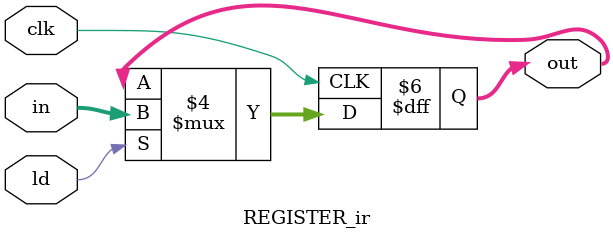
<source format=v>
`timescale 1ns / 1ps
module CPU__DATAPATH(Z_bus,CC,clk,rst,Lmar,Lir,Lbuff,Lpc,Lsp,Lreg,Lmdr,Lalu,Tpc,Tmdr,T1,Tbuff,Tsp,Treg,Tlabel,wr,rd,fsel,IR11);
	input clk,rst;
	input Lmar,Lir,Lbuff,Lpc,Lsp,Lreg,Lmdr,Lalu,Tpc,Tmdr,T1,Tbuff,Tsp,Treg,Tlabel,wr,rd;
	input [2:0] fsel;
	output CC;
	output [15:8] IR11;
	output Z_bus;
	wire [15:0] Z_bus,PC,MDR,REG,SP,IR1,BUFF,Me_Md,C1,A_bus,PC1,SP1,MDR1,REG1,Label1,BUFF1;
	wire Cout,cin,sin,vin,zin;
	wire[4:0] MAR;
	assign IR11 = IR1[15:8];
	REGISTER_pc Program_counter(Z_bus,clk,PC1,Lpc);
	REGISTER_mar Memory_address_register(Z_bus[4:0],clk,MAR,Lmar);
	REGISTER_sp Stack_Pointer(Z_bus,clk,SP1,Lsp);
	REGISTER_special Memory_Data_Register(Z_bus,Me_Md,clk,rst,MDR1,Lmdr,rd);
	REGISTER Buffer(A_bus,clk,BUFF1,Lbuff);
	REGISTER_ir Instruction_register(Z_bus,clk,IR1,Lir);

	MEMORY Memory(MAR,rd,wr,clk,MDR1,Me_Md);
	ALU alu(A_bus,BUFF,Z_bus,fsel,Cout);
	STATUS_DETECTOR Det(Z_bus,Cout,cin,sin,vin,zin);
	STATUS_SELECTION ssel(vin, cin, zin, sin, IR1[15:12],Lalu, CC, clk,rst);
	REGISTER_BANK reg_ban(Z_bus,clk,Treg,Lreg,IR1[7:5],REG1);
	and_op_special  _pc(PC1,Tpc,PC);
	and_op_special  _sp(SP1,Tsp,SP);
	and_op_special  _mdr(MDR1,Tmdr,MDR);
	and_op_special  _c1(16'b1,T1,C1);
	and_op_special  _reg(REG1,Treg,REG);
	and_op_special  _buff(BUFF1,Tbuff,BUFF);
	and_op_special  _label({4'b0000,IR1[11:0]},Tlabel,Label1);
	or a_bus0(A_bus[0],REG[0],C1[0],MDR[0],SP[0],PC[0],Label1[0]);
	or a_bus1(A_bus[1],REG[1],C1[1],MDR[1],SP[1],PC[1],Label1[1]);
	or a_bus2(A_bus[2],REG[2],C1[2],MDR[2],SP[2],PC[2],Label1[2]);
	or a_bus3(A_bus[3],REG[3],C1[3],MDR[3],SP[3],PC[3],Label1[3]);
	or a_bus4(A_bus[4],REG[4],C1[4],MDR[4],SP[4],PC[4],Label1[4]);
	or a_bus5(A_bus[5],REG[5],C1[5],MDR[5],SP[5],PC[5],Label1[5]);
	or a_bus6(A_bus[6],REG[6],C1[6],MDR[6],SP[6],PC[6],Label1[6]);
	or a_bus7(A_bus[7],REG[7],C1[7],MDR[7],SP[7],PC[7],Label1[7]);
	or a_bus8(A_bus[8],REG[8],C1[8],MDR[8],SP[8],PC[8],Label1[8]);
	or a_bus9(A_bus[9],REG[9],C1[9],MDR[9],SP[9],PC[9],Label1[9]);
	or a_bus10(A_bus[10],REG[10],C1[10],MDR[10],SP[10],PC[10],Label1[10]);
	or a_bus11(A_bus[11],REG[11],C1[11],MDR[11],SP[11],PC[11],Label1[11]);
	or a_bus12(A_bus[12],REG[12],C1[12],MDR[12],SP[12],PC[12],Label1[12]);
	or a_bus13(A_bus[13],REG[13],C1[13],MDR[13],SP[13],PC[13],Label1[13]);
	or a_bus14(A_bus[14],REG[14],C1[14],MDR[14],SP[14],PC[14],Label1[14]);
	or a_bus15(A_bus[15],REG[15],C1[15],MDR[15],SP[15],PC[15],Label1[15]);

endmodule

module REGISTER_special(in,in1,clk,rst,out,ld,ld1);
	input[15:0] in,in1;
	input clk,ld,rst,ld1;
	output[15:0] out;
	reg[15:0] out;
	always@(negedge clk or posedge rst)
	begin
		if(rst) 
			out=16'b0;
		else 
		begin
			if(ld)
				out=in;
			else
			begin
				if(ld1)
					out=in1;
				else
				begin
					out=out;
				end
			end
		end
		//$display("MDR= %b",out);
	end
endmodule

module REGISTER_mar(in,clk,out,ld);
	input[4:0] in;
	input clk,ld;
	output[4:0] out;
	reg[4:0] out;
	initial begin
		out=5'b0;
	end
	always@(negedge clk)
	begin
		if(ld)
				out=in;
		else
				out=out;
		//$display("MAR = %b",out);
	end
endmodule

module REGISTER_pc(in,clk,out,ld);
	input[15:0] in;
	input clk,ld;
	output[15:0] out;
	reg[15:0] out;
	initial begin
		out=21; //21 is the first instruction
	end
	always@(negedge clk)
	begin
		if(ld)
				out=in;
		else
				out=out;
				
		$display("PC = %b",out);
	end
endmodule

module REGISTER_sp(in,clk,out,ld);
	input[15:0] in;
	input clk,ld;
	output[15:0] out;
	reg[15:0] out;
	initial begin
		out=0; //2 is the postion of sp
	end
	always@(negedge clk)
	begin
		if(ld)
				out=in;
		else
				out=out;
	end
endmodule

module REGISTER_ir(in,clk,out,ld);
	input[15:0] in;
	input clk,ld;
	output[15:0] out;
	reg[15:0] out;
	initial begin
		out=16'b0;
	end
	always@(negedge clk)
	begin
		if(ld)
				out=in;
		else
				out=out;
		$display("IR = %b",out);
	end
endmodule
</source>
